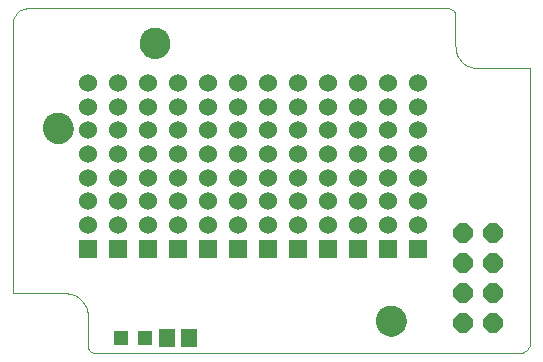
<source format=gts>
G75*
%MOIN*%
%OFA0B0*%
%FSLAX24Y24*%
%IPPOS*%
%LPD*%
%AMOC8*
5,1,8,0,0,1.08239X$1,22.5*
%
%ADD10C,0.0000*%
%ADD11C,0.1024*%
%ADD12OC8,0.0640*%
%ADD13R,0.0600X0.0600*%
%ADD14C,0.0600*%
%ADD15R,0.0512X0.0512*%
%ADD16R,0.0552X0.0631*%
D10*
X002650Y001400D02*
X002648Y001454D01*
X002642Y001507D01*
X002633Y001559D01*
X002620Y001611D01*
X002603Y001662D01*
X002582Y001712D01*
X002558Y001759D01*
X002531Y001805D01*
X002500Y001849D01*
X002467Y001891D01*
X002430Y001930D01*
X002391Y001967D01*
X002349Y002000D01*
X002305Y002031D01*
X002259Y002058D01*
X002212Y002082D01*
X002162Y002103D01*
X002111Y002120D01*
X002059Y002133D01*
X002007Y002142D01*
X001954Y002148D01*
X001900Y002150D01*
X000150Y002150D01*
X000150Y011256D01*
X000150Y011150D02*
X000152Y011194D01*
X000158Y011237D01*
X000167Y011279D01*
X000180Y011321D01*
X000197Y011361D01*
X000217Y011400D01*
X000240Y011437D01*
X000267Y011471D01*
X000296Y011504D01*
X000329Y011533D01*
X000363Y011560D01*
X000400Y011583D01*
X000439Y011603D01*
X000479Y011620D01*
X000521Y011633D01*
X000563Y011642D01*
X000606Y011648D01*
X000650Y011650D01*
X014650Y011650D01*
X014680Y011648D01*
X014710Y011643D01*
X014739Y011634D01*
X014766Y011621D01*
X014792Y011606D01*
X014816Y011587D01*
X014837Y011566D01*
X014856Y011542D01*
X014871Y011516D01*
X014884Y011489D01*
X014893Y011460D01*
X014898Y011430D01*
X014900Y011400D01*
X014900Y010400D01*
X014902Y010346D01*
X014908Y010293D01*
X014917Y010241D01*
X014930Y010189D01*
X014947Y010138D01*
X014968Y010088D01*
X014992Y010041D01*
X015019Y009995D01*
X015050Y009951D01*
X015083Y009909D01*
X015120Y009870D01*
X015159Y009833D01*
X015201Y009800D01*
X015245Y009769D01*
X015291Y009742D01*
X015338Y009718D01*
X015388Y009697D01*
X015439Y009680D01*
X015491Y009667D01*
X015543Y009658D01*
X015596Y009652D01*
X015650Y009650D01*
X017400Y009650D01*
X017400Y000544D01*
X017398Y000505D01*
X017392Y000467D01*
X017383Y000430D01*
X017370Y000393D01*
X017353Y000358D01*
X017334Y000325D01*
X017311Y000294D01*
X017285Y000265D01*
X017256Y000239D01*
X017225Y000216D01*
X017192Y000197D01*
X017157Y000180D01*
X017120Y000167D01*
X017083Y000158D01*
X017045Y000152D01*
X017006Y000150D01*
X017150Y000150D02*
X002900Y000150D01*
X002870Y000152D01*
X002840Y000157D01*
X002811Y000166D01*
X002784Y000179D01*
X002758Y000194D01*
X002734Y000213D01*
X002713Y000234D01*
X002694Y000258D01*
X002679Y000284D01*
X002666Y000311D01*
X002657Y000340D01*
X002652Y000370D01*
X002650Y000400D01*
X002650Y001400D01*
X001158Y007650D02*
X001160Y007694D01*
X001166Y007738D01*
X001176Y007781D01*
X001189Y007823D01*
X001207Y007863D01*
X001228Y007902D01*
X001252Y007939D01*
X001279Y007974D01*
X001310Y008006D01*
X001343Y008035D01*
X001379Y008061D01*
X001417Y008083D01*
X001457Y008102D01*
X001498Y008118D01*
X001541Y008130D01*
X001584Y008138D01*
X001628Y008142D01*
X001672Y008142D01*
X001716Y008138D01*
X001759Y008130D01*
X001802Y008118D01*
X001843Y008102D01*
X001883Y008083D01*
X001921Y008061D01*
X001957Y008035D01*
X001990Y008006D01*
X002021Y007974D01*
X002048Y007939D01*
X002072Y007902D01*
X002093Y007863D01*
X002111Y007823D01*
X002124Y007781D01*
X002134Y007738D01*
X002140Y007694D01*
X002142Y007650D01*
X002140Y007606D01*
X002134Y007562D01*
X002124Y007519D01*
X002111Y007477D01*
X002093Y007437D01*
X002072Y007398D01*
X002048Y007361D01*
X002021Y007326D01*
X001990Y007294D01*
X001957Y007265D01*
X001921Y007239D01*
X001883Y007217D01*
X001843Y007198D01*
X001802Y007182D01*
X001759Y007170D01*
X001716Y007162D01*
X001672Y007158D01*
X001628Y007158D01*
X001584Y007162D01*
X001541Y007170D01*
X001498Y007182D01*
X001457Y007198D01*
X001417Y007217D01*
X001379Y007239D01*
X001343Y007265D01*
X001310Y007294D01*
X001279Y007326D01*
X001252Y007361D01*
X001228Y007398D01*
X001207Y007437D01*
X001189Y007477D01*
X001176Y007519D01*
X001166Y007562D01*
X001160Y007606D01*
X001158Y007650D01*
X004382Y010485D02*
X004384Y010529D01*
X004390Y010573D01*
X004400Y010616D01*
X004413Y010658D01*
X004431Y010698D01*
X004452Y010737D01*
X004476Y010774D01*
X004503Y010809D01*
X004534Y010841D01*
X004567Y010870D01*
X004603Y010896D01*
X004641Y010918D01*
X004681Y010937D01*
X004722Y010953D01*
X004765Y010965D01*
X004808Y010973D01*
X004852Y010977D01*
X004896Y010977D01*
X004940Y010973D01*
X004983Y010965D01*
X005026Y010953D01*
X005067Y010937D01*
X005107Y010918D01*
X005145Y010896D01*
X005181Y010870D01*
X005214Y010841D01*
X005245Y010809D01*
X005272Y010774D01*
X005296Y010737D01*
X005317Y010698D01*
X005335Y010658D01*
X005348Y010616D01*
X005358Y010573D01*
X005364Y010529D01*
X005366Y010485D01*
X005364Y010441D01*
X005358Y010397D01*
X005348Y010354D01*
X005335Y010312D01*
X005317Y010272D01*
X005296Y010233D01*
X005272Y010196D01*
X005245Y010161D01*
X005214Y010129D01*
X005181Y010100D01*
X005145Y010074D01*
X005107Y010052D01*
X005067Y010033D01*
X005026Y010017D01*
X004983Y010005D01*
X004940Y009997D01*
X004896Y009993D01*
X004852Y009993D01*
X004808Y009997D01*
X004765Y010005D01*
X004722Y010017D01*
X004681Y010033D01*
X004641Y010052D01*
X004603Y010074D01*
X004567Y010100D01*
X004534Y010129D01*
X004503Y010161D01*
X004476Y010196D01*
X004452Y010233D01*
X004431Y010272D01*
X004413Y010312D01*
X004400Y010354D01*
X004390Y010397D01*
X004384Y010441D01*
X004382Y010485D01*
X012256Y001233D02*
X012258Y001277D01*
X012264Y001321D01*
X012274Y001364D01*
X012287Y001406D01*
X012305Y001446D01*
X012326Y001485D01*
X012350Y001522D01*
X012377Y001557D01*
X012408Y001589D01*
X012441Y001618D01*
X012477Y001644D01*
X012515Y001666D01*
X012555Y001685D01*
X012596Y001701D01*
X012639Y001713D01*
X012682Y001721D01*
X012726Y001725D01*
X012770Y001725D01*
X012814Y001721D01*
X012857Y001713D01*
X012900Y001701D01*
X012941Y001685D01*
X012981Y001666D01*
X013019Y001644D01*
X013055Y001618D01*
X013088Y001589D01*
X013119Y001557D01*
X013146Y001522D01*
X013170Y001485D01*
X013191Y001446D01*
X013209Y001406D01*
X013222Y001364D01*
X013232Y001321D01*
X013238Y001277D01*
X013240Y001233D01*
X013238Y001189D01*
X013232Y001145D01*
X013222Y001102D01*
X013209Y001060D01*
X013191Y001020D01*
X013170Y000981D01*
X013146Y000944D01*
X013119Y000909D01*
X013088Y000877D01*
X013055Y000848D01*
X013019Y000822D01*
X012981Y000800D01*
X012941Y000781D01*
X012900Y000765D01*
X012857Y000753D01*
X012814Y000745D01*
X012770Y000741D01*
X012726Y000741D01*
X012682Y000745D01*
X012639Y000753D01*
X012596Y000765D01*
X012555Y000781D01*
X012515Y000800D01*
X012477Y000822D01*
X012441Y000848D01*
X012408Y000877D01*
X012377Y000909D01*
X012350Y000944D01*
X012326Y000981D01*
X012305Y001020D01*
X012287Y001060D01*
X012274Y001102D01*
X012264Y001145D01*
X012258Y001189D01*
X012256Y001233D01*
D11*
X012748Y001233D03*
X001650Y007650D03*
X004874Y010485D03*
D12*
X015150Y004150D03*
X016150Y004150D03*
X016150Y003150D03*
X015150Y003150D03*
X015150Y002150D03*
X016150Y002150D03*
X016150Y001150D03*
X015150Y001150D03*
D13*
X013650Y003644D03*
X012650Y003644D03*
X011650Y003644D03*
X010650Y003644D03*
X009650Y003644D03*
X008650Y003644D03*
X007650Y003644D03*
X006650Y003644D03*
X005650Y003644D03*
X004650Y003644D03*
X003650Y003644D03*
X002650Y003644D03*
D14*
X002650Y004431D03*
X003650Y004431D03*
X004650Y004431D03*
X005650Y004431D03*
X006650Y004431D03*
X007650Y004431D03*
X008650Y004431D03*
X009650Y004431D03*
X010650Y004431D03*
X011650Y004431D03*
X012650Y004431D03*
X013650Y004431D03*
X013650Y005219D03*
X012650Y005219D03*
X012650Y006006D03*
X013650Y006006D03*
X013650Y006794D03*
X012650Y006794D03*
X011650Y006794D03*
X010650Y006794D03*
X009650Y006794D03*
X008650Y006794D03*
X007650Y006794D03*
X006650Y006794D03*
X005650Y006794D03*
X004650Y006794D03*
X003650Y006794D03*
X002650Y006794D03*
X002650Y007581D03*
X002650Y008369D03*
X003650Y008369D03*
X003650Y007581D03*
X004650Y007581D03*
X005650Y007581D03*
X005650Y008369D03*
X004650Y008369D03*
X004650Y009156D03*
X005650Y009156D03*
X006650Y009156D03*
X007650Y009156D03*
X008650Y009156D03*
X009650Y009156D03*
X010650Y009156D03*
X011650Y009156D03*
X012650Y009156D03*
X013650Y009156D03*
X013650Y008369D03*
X012650Y008369D03*
X012650Y007581D03*
X013650Y007581D03*
X011650Y007581D03*
X011650Y008369D03*
X010650Y008369D03*
X009650Y008369D03*
X009650Y007581D03*
X010650Y007581D03*
X008650Y007581D03*
X008650Y008369D03*
X007650Y008369D03*
X006650Y008369D03*
X006650Y007581D03*
X007650Y007581D03*
X007650Y006006D03*
X006650Y006006D03*
X006650Y005219D03*
X007650Y005219D03*
X008650Y005219D03*
X008650Y006006D03*
X009650Y006006D03*
X010650Y006006D03*
X010650Y005219D03*
X009650Y005219D03*
X011650Y005219D03*
X011650Y006006D03*
X005650Y006006D03*
X004650Y006006D03*
X004650Y005219D03*
X005650Y005219D03*
X003650Y005219D03*
X003650Y006006D03*
X002650Y006006D03*
X002650Y005219D03*
X002650Y009156D03*
X003650Y009156D03*
D15*
X003737Y000650D03*
X004563Y000650D03*
D16*
X005276Y000650D03*
X006024Y000650D03*
M02*

</source>
